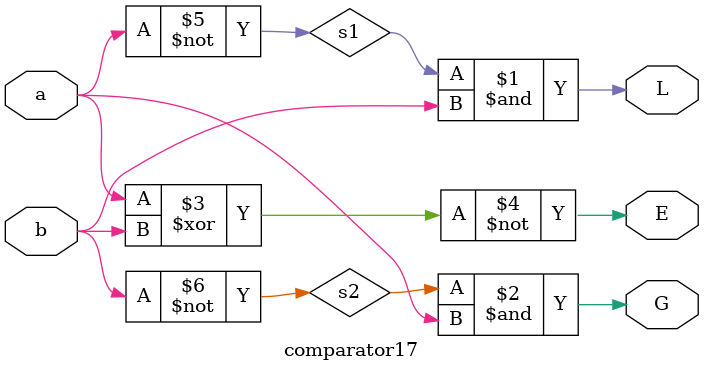
<source format=v>
module comparator17 (a, b, L, E,G);
input a, b; 
output L, E, G;
wire s1, s2;
not X1(s1, a);
not X2 (s2, b);
and X3 (L,s1, b);
and X4 (G,s2, a);
xnor X5 (E, a, b);
endmodule
</source>
